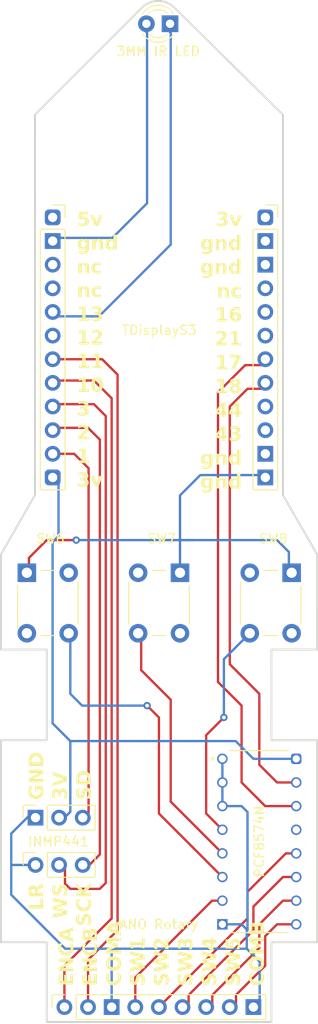
<source format=kicad_pcb>
(kicad_pcb (version 20221018) (generator pcbnew)
  (layers (0 "F.Cu" signal) (31 "B.Cu" signal) (34 "B.Paste" user) (35 "F.Paste" user) (36 "B.SilkS" user "B.Silkscreen") (37 "F.SilkS" user "F.Silkscreen") (38 "B.Mask" user) (39 "F.Mask" user) (44 "Edge.Cuts" user))
  (net 0 "")
  (net 1 "enca")
  (net 2 "ground")
  (net 3 "sw1")
  (net 4 "sw2")
  (net 5 "sw3")
  (net 6 "sw4")
  (net 7 "sw5")
  (net 8 "sw6")
  (net 9 "sw7")
  (net 10 "sw8")
  (net 11 "encb")
  (net 12 "3v")
  (net 13 "ground2")
  (net 14 "ws")
  (net 15 "sck")
  (net 16 "sd")
  (net 17 "irled")
  (net 18 "SDA")
  (net 19 "SCL")
  (footprint "Connector_PinSocket_2.54mm:PinSocket_1x03_P2.54mm_Vertical" (layer "F.Cu") (at 196.917 135.225 90)
    (fp_text reference "INMP441 2" hide)
    (fp_text value "PinSocket_1x03_P2.54mm_Vertical" hide)
    (fp_line (start -1.33 1.27) (end -1.33 6.41) (stroke (width 0.12)) (layer "F.SilkS"))
    (fp_line (start -1.33 1.27) (end 1.33 1.27) (stroke (width 0.12)) (layer "F.SilkS"))
    (fp_line (start -1.33 6.41) (end 1.33 6.41) (stroke (width 0.12)) (layer "F.SilkS"))
    (fp_line (start 0 -1.33) (end 1.33 -1.33) (stroke (width 0.12)) (layer "F.SilkS"))
    (fp_line (start 1.33 -1.33) (end 1.33 0) (stroke (width 0.12)) (layer "F.SilkS"))
    (fp_line (start 1.33 1.27) (end 1.33 6.41) (stroke (width 0.12)) (layer "F.SilkS"))
    (pad "1" thru_hole circle (at 0 0 90) (size 1.7 1.7) (drill 1) (layers "*.Cu" "*.Mask") (net 2 "ground"))
    (pad "2" thru_hole oval (at 0 2.54 90) (size 1.7 1.7) (drill 1) (layers "*.Cu" "*.Mask") (net 14 "ws"))
    (pad "3" thru_hole oval (at 0 5.08 90) (size 1.7 1.7) (drill 1) (layers "*.Cu" "*.Mask") (net 15 "sck"))
  )
  (footprint "Connector_PinSocket_2.54mm:PinSocket_1x09_P2.54mm_Vertical" (layer "F.Cu") (at 200.025 150.495 90)
    (fp_text reference "ANO Rotary" (at 8.89 10.16 180) (layer "F.SilkS"))
    (fp_text value "PinSocket_1x09_P2.54mm_Vertical" hide)
    (fp_line (start -1.33 1.27) (end -1.33 21.65) (stroke (width 0.12)) (layer "F.SilkS"))
    (fp_line (start -1.33 1.27) (end 1.33 1.27) (stroke (width 0.12)) (layer "F.SilkS"))
    (fp_line (start -1.33 21.65) (end 1.33 21.65) (stroke (width 0.12)) (layer "F.SilkS"))
    (fp_line (start 0 -1.33) (end 1.33 -1.33) (stroke (width 0.12)) (layer "F.SilkS"))
    (fp_line (start 1.33 -1.33) (end 1.33 0) (stroke (width 0.12)) (layer "F.SilkS"))
    (fp_line (start 1.33 1.27) (end 1.33 21.65) (stroke (width 0.12)) (layer "F.SilkS"))
    (pad "COMA" thru_hole rect (at 0 5.08 90) (size 1.7 1.7) (drill 1) (layers "*.Cu" "*.Mask") (net 2 "ground"))
    (pad "COMB" thru_hole rect (at 0 20.32 90) (size 1.7 1.7) (drill 1) (layers "*.Cu" "*.Mask") (net 2 "ground"))
    (pad "ENCA" thru_hole circle (at 0 0 90) (size 1.7 1.7) (drill 1) (layers "*.Cu" "*.Mask") (net 1 "enca"))
    (pad "ENCB" thru_hole oval (at 0 2.54 90) (size 1.7 1.7) (drill 1) (layers "*.Cu" "*.Mask") (net 11 "encb"))
    (pad "SW1" thru_hole oval (at 0 7.62 90) (size 1.7 1.7) (drill 1) (layers "*.Cu" "*.Mask") (net 3 "sw1"))
    (pad "SW2" thru_hole oval (at 0 10.16 90) (size 1.7 1.7) (drill 1) (layers "*.Cu" "*.Mask") (net 4 "sw2"))
    (pad "SW3" thru_hole oval (at 0 12.7 90) (size 1.7 1.7) (drill 1) (layers "*.Cu" "*.Mask") (net 5 "sw3"))
    (pad "SW4" thru_hole oval (at 0 15.24 90) (size 1.7 1.7) (drill 1) (layers "*.Cu" "*.Mask") (net 6 "sw4"))
    (pad "SW5" thru_hole oval (at 0 17.78 90) (size 1.7 1.7) (drill 1) (layers "*.Cu" "*.Mask") (net 7 "sw5"))
  )
  (footprint "Button_Switch_THT:SW_PUSH_6mm_H9.5mm" (layer "F.Cu") (at 195.98602 110.335004 90)
    (fp_text reference "SW6" (at 10.16 2.54) (layer "F.SilkS"))
    (fp_text value "SW_PUSH_6mm_H9.5mm" hide)
    (fp_line (start -0.25 1.5) (end -0.25 3) (stroke (width 0.12)) (layer "F.SilkS"))
    (fp_line (start 1 5.5) (end 5.5 5.5) (stroke (width 0.12)) (layer "F.SilkS"))
    (fp_line (start 5.08 -1) (end 0.58 -1) (stroke (width 0.12)) (layer "F.SilkS"))
    (fp_line (start 6.75 3) (end 6.75 1.5) (stroke (width 0.12)) (layer "F.SilkS"))
    (pad "1" thru_hole circle (at 0 0 180) (size 2 2) (drill 1.1) (layers "*.Cu" "*.Mask"))
    (pad "1" thru_hole rect (at 6.5 0 180) (size 2 2) (drill 1.1) (layers "*.Cu" "*.Mask") (net 2 "ground"))
    (pad "2" thru_hole circle (at 0 4.5 180) (size 2 2) (drill 1.1) (layers "*.Cu" "*.Mask") (net 8 "sw6"))
    (pad "2" thru_hole circle (at 6.5 4.5 180) (size 2 2) (drill 1.1) (layers "*.Cu" "*.Mask"))
  )
  (footprint "PCF8574N:DIP794W45P254L1969H508Q16" (layer "F.Cu") (at 220.98 132.715)
    (fp_text reference "PCF8574N" (at 0 0 90) (layer "F.SilkS"))
    (fp_text value "DIP794W45P254L1969H508Q16" hide)
    (fp_line (start -3.175 -9.775) (end 3.175 -9.775) (stroke (width 0.127)) (layer "F.SilkS"))
    (fp_line (start -3.175 9.775) (end 3.175 9.775) (stroke (width 0.127)) (layer "F.SilkS"))
    (fp_circle (center -5.035 -8.89) (end -4.935 -8.89) (stroke (width 0.2)) (fill none) (layer "F.SilkS"))
    (pad "16" thru_hole roundrect (at 3.97 -8.89) (size 1.13 1.13) (drill 0.78) (layers "*.Cu" "*.Mask") (net 12 "3v"))
    (pad "A0" thru_hole circle (at -3.97 -8.89) (size 1.13 1.13) (drill 0.78) (layers "*.Cu" "*.Mask") (net 2 "ground"))
    (pad "A1" thru_hole circle (at -3.97 -6.35) (size 1.13 1.13) (drill 0.78) (layers "*.Cu" "*.Mask") (net 2 "ground"))
    (pad "A2" thru_hole circle (at -3.97 -3.81) (size 1.13 1.13) (drill 0.78) (layers "*.Cu" "*.Mask") (net 2 "ground"))
    (pad "GND" thru_hole rect (at -3.97 8.89) (size 1.13 1.13) (drill 0.78) (layers "*.Cu" "*.Mask") (net 2 "ground"))
    (pad "INT" thru_hole circle (at 3.97 -1.27) (size 1.13 1.13) (drill 0.78) (layers "*.Cu" "*.Mask"))
    (pad "P0" thru_hole circle (at -3.97 -1.27) (size 1.13 1.13) (drill 0.78) (layers "*.Cu" "*.Mask") (net 10 "sw8"))
    (pad "P1" thru_hole circle (at -3.97 1.27) (size 1.13 1.13) (drill 0.78) (layers "*.Cu" "*.Mask") (net 9 "sw7"))
    (pad "P2" thru_hole circle (at -3.97 3.81) (size 1.13 1.13) (drill 0.78) (layers "*.Cu" "*.Mask") (net 8 "sw6"))
    (pad "P3" thru_hole circle (at -3.97 6.35) (size 1.13 1.13) (drill 0.78) (layers "*.Cu" "*.Mask") (net 3 "sw1"))
    (pad "P4" thru_hole circle (at 3.97 8.89) (size 1.13 1.13) (drill 0.78) (layers "*.Cu" "*.Mask") (net 7 "sw5"))
    (pad "P5" thru_hole circle (at 3.97 6.35) (size 1.13 1.13) (drill 0.78) (layers "*.Cu" "*.Mask") (net 6 "sw4"))
    (pad "P6" thru_hole circle (at 3.97 3.81) (size 1.13 1.13) (drill 0.78) (layers "*.Cu" "*.Mask") (net 5 "sw3"))
    (pad "P7" thru_hole circle (at 3.97 1.27) (size 1.13 1.13) (drill 0.78) (layers "*.Cu" "*.Mask") (net 4 "sw2"))
    (pad "SCL" thru_hole circle (at 3.97 -3.81) (size 1.13 1.13) (drill 0.78) (layers "*.Cu" "*.Mask") (net 19 "SCL"))
    (pad "SDA" thru_hole circle (at 3.97 -6.35) (size 1.13 1.13) (drill 0.78) (layers "*.Cu" "*.Mask") (net 18 "SDA"))
  )
  (footprint "Button_Switch_THT:SW_PUSH_6mm_H9.5mm" (layer "F.Cu") (at 219.954436 110.336007 90)
    (fp_text reference "SW8" (at 10.16 2.54) (layer "F.SilkS"))
    (fp_text value "SW_PUSH_6mm_H9.5mm" hide)
    (fp_line (start -0.25 1.5) (end -0.25 3) (stroke (width 0.12)) (layer "F.SilkS"))
    (fp_line (start 1 5.5) (end 5.08 5.5) (stroke (width 0.12)) (layer "F.SilkS"))
    (fp_line (start 5.5 -1) (end 1 -1) (stroke (width 0.12)) (layer "F.SilkS"))
    (fp_line (start 6.75 3) (end 6.75 1.5) (stroke (width 0.12)) (layer "F.SilkS"))
    (pad "1" thru_hole circle (at 0 0 180) (size 2 2) (drill 1.1) (layers "*.Cu" "*.Mask") (net 10 "sw8"))
    (pad "1" thru_hole circle (at 6.5 0 180) (size 2 2) (drill 1.1) (layers "*.Cu" "*.Mask"))
    (pad "2" thru_hole circle (at 0 4.5 180) (size 2 2) (drill 1.1) (layers "*.Cu" "*.Mask"))
    (pad "2" thru_hole rect (at 6.5 4.5 180) (size 2 2) (drill 1.1) (layers "*.Cu" "*.Mask") (net 2 "ground"))
  )
  (footprint "Button_Switch_THT:SW_PUSH_6mm_H9.5mm" (layer "F.Cu") (at 207.954436 110.335525 90)
    (fp_text reference "SW7" (at 10.16 2.54) (layer "F.SilkS"))
    (fp_text value "SW_PUSH_6mm_H9.5mm")
    (fp_line (start -0.25 1.5) (end -0.25 3) (stroke (width 0.12)) (layer "F.SilkS"))
    (fp_line (start 1 5.5) (end 5.08 5.5) (stroke (width 0.12)) (layer "F.SilkS"))
    (fp_line (start 5.5 -1) (end 1 -1) (stroke (width 0.12)) (layer "F.SilkS"))
    (fp_line (start 6.75 3) (end 6.75 1.5) (stroke (width 0.12)) (layer "F.SilkS"))
    (pad "1" thru_hole circle (at 0 0 180) (size 2 2) (drill 1.1) (layers "*.Cu" "*.Mask") (net 9 "sw7"))
    (pad "1" thru_hole circle (at 6.5 0 180) (size 2 2) (drill 1.1) (layers "*.Cu" "*.Mask"))
    (pad "2" thru_hole circle (at 0 4.5 180) (size 2 2) (drill 1.1) (layers "*.Cu" "*.Mask"))
    (pad "2" thru_hole rect (at 6.5 4.5 180) (size 2 2) (drill 1.1) (layers "*.Cu" "*.Mask") (net 2 "ground"))
  )
  (footprint "Connector_PinSocket_2.54mm:PinSocket_1x12_P2.54mm_Vertical" (layer "F.Cu") (at 198.765756 65.656891)
    (fp_text reference "TDisplayS3" (at 11.466247 12.117558 180) (layer "F.SilkS"))
    (fp_text value "PinSocket_1x12_P2.54mm_Vertical" hide)
    (fp_line (start -1.33 1.27) (end -1.33 29.27) (stroke (width 0.12)) (layer "F.SilkS"))
    (fp_line (start -1.33 1.27) (end 1.33 1.27) (stroke (width 0.12)) (layer "F.SilkS"))
    (fp_line (start -1.33 29.27) (end 1.33 29.27) (stroke (width 0.12)) (layer "F.SilkS"))
    (fp_line (start 0 -1.33) (end 1.33 -1.33) (stroke (width 0.12)) (layer "F.SilkS"))
    (fp_line (start 1.33 -1.33) (end 1.33 0) (stroke (width 0.12)) (layer "F.SilkS"))
    (fp_line (start 1.33 1.27) (end 1.33 29.27) (stroke (width 0.12)) (layer "F.SilkS"))
    (pad "3" thru_hole oval (at 0 5.08) (size 1.7 1.7) (drill 1) (layers "*.Cu" "*.Mask"))
    (pad "4" thru_hole oval (at 0 7.62) (size 1.7 1.7) (drill 1) (layers "*.Cu" "*.Mask"))
    (pad "5" thru_hole oval (at 0 10.16) (size 1.7 1.7) (drill 1) (layers "*.Cu" "*.Mask") (net 17 "irled"))
    (pad "5v" thru_hole roundrect (at 0 0) (size 1.7 1.7) (drill 1) (layers "*.Cu" "*.Mask"))
    (pad "6" thru_hole oval (at 0 12.7) (size 1.7 1.7) (drill 1) (layers "*.Cu" "*.Mask"))
    (pad "7" thru_hole oval (at 0 15.24) (size 1.7 1.7) (drill 1) (layers "*.Cu" "*.Mask") (net 11 "encb"))
    (pad "8" thru_hole oval (at 0 17.78) (size 1.7 1.7) (drill 1) (layers "*.Cu" "*.Mask") (net 1 "enca"))
    (pad "9" thru_hole oval (at 0 20.32) (size 1.7 1.7) (drill 1) (layers "*.Cu" "*.Mask") (net 14 "ws"))
    (pad "10" thru_hole oval (at 0 22.86) (size 1.7 1.7) (drill 1) (layers "*.Cu" "*.Mask") (net 15 "sck"))
    (pad "11" thru_hole oval (at 0 25.4) (size 1.7 1.7) (drill 1) (layers "*.Cu" "*.Mask") (net 16 "sd"))
    (pad "12" thru_hole roundrect (at 0 27.94) (size 1.7 1.7) (drill 1) (layers "*.Cu" "*.Mask") (net 12 "3v"))
    (pad "gnd" thru_hole rect (at 0 2.54) (size 1.7 1.7) (drill 1) (layers "*.Cu" "*.Mask") (net 13 "ground2"))
  )
  (footprint "LED_THT:LED_D3.0mm_Clear" (layer "F.Cu") (at 211.383069 44.854502 180)
    (fp_text reference "3MM IR LED" (at 1.27 -2.96) (layer "F.SilkS"))
    (fp_text value "LED_D3.0mm_Clear" hide)
    (fp_line (start -0.29 -1.236) (end -0.29 -1.08) (stroke (width 0.12)) (layer "F.SilkS"))
    (fp_line (start -0.29 1.08) (end -0.29 1.236) (stroke (width 0.12)) (layer "F.SilkS"))
    (fp_arc (start -0.29 -1.235516) (mid 1.366487 -1.987659) (end 2.942335 -1.078608) (stroke (width 0.12)) (layer "F.SilkS"))
    (fp_arc (start 0.229039 -1.08) (mid 1.270117 -1.5) (end 2.31113 -1.079837) (stroke (width 0.12)) (layer "F.SilkS"))
    (fp_arc (start 2.31113 1.079837) (mid 1.270117 1.5) (end 0.229039 1.08) (stroke (width 0.12)) (layer "F.SilkS"))
    (fp_arc (start 2.942335 1.078608) (mid 1.366487 1.987659) (end -0.29 1.235516) (stroke (width 0.12)) (layer "F.SilkS"))
    (pad "1" thru_hole rect (at 0 0 180) (size 1.8 1.8) (drill 0.9) (layers "*.Cu" "*.Mask") (net 17 "irled"))
    (pad "2" thru_hole circle (at 2.54 0 180) (size 1.8 1.8) (drill 0.9) (layers "*.Cu" "*.Mask") (net 13 "ground2"))
  )
  (footprint "Connector_PinSocket_2.54mm:PinSocket_1x12_P2.54mm_Vertical" (layer "F.Cu") (at 221.625756 65.657409)
    (fp_text reference "REF**" hide)
    (fp_text value "PinSocket_1x12_P2.54mm_Vertical" hide)
    (fp_line (start -1.33 1.27) (end -1.33 29.27) (stroke (width 0.12)) (layer "F.SilkS"))
    (fp_line (start -1.33 1.27) (end 1.33 1.27) (stroke (width 0.12)) (layer "F.SilkS"))
    (fp_line (start -1.33 29.27) (end 1.33 29.27) (stroke (width 0.12)) (layer "F.SilkS"))
    (fp_line (start 0 -1.33) (end 1.33 -1.33) (stroke (width 0.12)) (layer "F.SilkS"))
    (fp_line (start 1.33 -1.33) (end 1.33 0) (stroke (width 0.12)) (layer "F.SilkS"))
    (fp_line (start 1.33 1.27) (end 1.33 29.27) (stroke (width 0.12)) (layer "F.SilkS"))
    (pad "1" thru_hole roundrect (at 0 0) (size 1.7 1.7) (drill 1) (layers "*.Cu" "*.Mask"))
    (pad "2" thru_hole rect (at 0 2.54) (size 1.7 1.7) (drill 1) (layers "*.Cu" "*.Mask"))
    (pad "3" thru_hole rect (at 0 5.08) (size 1.7 1.7) (drill 1) (layers "*.Cu" "*.Mask"))
    (pad "4" thru_hole oval (at 0 7.62) (size 1.7 1.7) (drill 1) (layers "*.Cu" "*.Mask"))
    (pad "5" thru_hole oval (at 0 10.16) (size 1.7 1.7) (drill 1) (layers "*.Cu" "*.Mask"))
    (pad "6" thru_hole oval (at 0 12.7) (size 1.7 1.7) (drill 1) (layers "*.Cu" "*.Mask"))
    (pad "7" thru_hole oval (at 0 15.24) (size 1.7 1.7) (drill 1) (layers "*.Cu" "*.Mask") (net 19 "SCL"))
    (pad "8" thru_hole oval (at 0 17.78) (size 1.7 1.7) (drill 1) (layers "*.Cu" "*.Mask") (net 18 "SDA"))
    (pad "9" thru_hole oval (at 0 20.32) (size 1.7 1.7) (drill 1) (layers "*.Cu" "*.Mask"))
    (pad "10" thru_hole oval (at 0 22.86) (size 1.7 1.7) (drill 1) (layers "*.Cu" "*.Mask"))
    (pad "11" thru_hole rect (at 0 25.4) (size 1.7 1.7) (drill 1) (layers "*.Cu" "*.Mask"))
    (pad "12" thru_hole rect (at 0 27.94) (size 1.7 1.7) (drill 1) (layers "*.Cu" "*.Mask") (net 2 "ground"))
  )
  (footprint "Connector_PinSocket_2.54mm:PinSocket_1x03_P2.54mm_Vertical" (layer "F.Cu") (at 196.917 130.145 90)
    (fp_text reference "INMP441" (at -2.57 2.473 180) (layer "F.SilkS"))
    (fp_text value "PinSocket_1x03_P2.54mm_Vertical" hide)
    (fp_line (start -1.33 1.27) (end -1.33 6.41) (stroke (width 0.12)) (layer "F.SilkS"))
    (fp_line (start -1.33 1.27) (end 1.33 1.27) (stroke (width 0.12)) (layer "F.SilkS"))
    (fp_line (start -1.33 6.41) (end 1.33 6.41) (stroke (width 0.12)) (layer "F.SilkS"))
    (fp_line (start 0 -1.33) (end 1.33 -1.33) (stroke (width 0.12)) (layer "F.SilkS"))
    (fp_line (start 1.33 -1.33) (end 1.33 0) (stroke (width 0.12)) (layer "F.SilkS"))
    (fp_line (start 1.33 1.27) (end 1.33 6.41) (stroke (width 0.12)) (layer "F.SilkS"))
    (pad "1" thru_hole rect (at 0 0 90) (size 1.7 1.7) (drill 1) (layers "*.Cu" "*.Mask") (net 2 "ground"))
    (pad "2" thru_hole oval (at 0 2.54 90) (size 1.7 1.7) (drill 1) (layers "*.Cu" "*.Mask") (net 12 "3v"))
    (pad "3" thru_hole oval (at 0 5.08 90) (size 1.7 1.7) (drill 1) (layers "*.Cu" "*.Mask") (net 16 "sd"))
  )
  (gr_line (start 227.201257 101.871938) (end 227.200847 112.085958) (stroke (width 0.2)) (layer "Edge.Cuts"))
  (gr_line (start 227.200456 121.836365) (end 227.199585 143.535863) (stroke (width 0.2)) (layer "Edge.Cuts"))
  (gr_line (start 222.281038 112.085761) (end 222.280646 121.836167) (stroke (width 0.2)) (layer "Edge.Cuts"))
  (gr_line (start 222.279432 152.095938) (end 198.12 152.094968) (stroke (width 0.2)) (layer "Edge.Cuts"))
  (gr_line (start 223.521289 95.497455) (end 227.201257 101.871938) (stroke (width 0.2)) (layer "Edge.Cuts"))
  (gr_line (start 198.120343 143.534696) (end 193.200534 143.534498) (stroke (width 0.2)) (layer "Edge.Cuts"))
  (gr_line (start 211.83004 43.109043) (end 223.522281 54.635813) (stroke (width 0.2)) (layer "Edge.Cuts"))
  (gr_line (start 198.121249 112.084791) (end 193.201439 112.085097) (stroke (width 0.2)) (layer "Edge.Cuts"))
  (gr_arc (start 208.376255 43.121308) (mid 210.10063 42.403475) (end 211.83004 43.109043) (stroke (width 0.2)) (layer "Edge.Cuts"))
  (gr_line (start 227.200847 112.085958) (end 222.281038 112.085761) (stroke (width 0.2)) (layer "Edge.Cuts"))
  (gr_line (start 223.522281 54.635813) (end 223.521289 95.497455) (stroke (width 0.2)) (layer "Edge.Cuts"))
  (gr_line (start 222.280646 121.836167) (end 227.200456 121.836365) (stroke (width 0.2)) (layer "Edge.Cuts"))
  (gr_line (start 198.121214 121.835194) (end 198.121466 115.574906) (stroke (width 0.2)) (layer "Edge.Cuts"))
  (gr_line (start 198.12 152.094968) (end 198.120343 143.534696) (stroke (width 0.2)) (layer "Edge.Cuts"))
  (gr_line (start 193.200804 101.871077) (end 196.860846 95.496808) (stroke (width 0.2)) (layer "Edge.Cuts"))
  (gr_line (start 227.199585 143.535863) (end 222.279775 143.535665) (stroke (width 0.2)) (layer "Edge.Cuts"))
  (gr_line (start 198.121466 115.574906) (end 198.121249 112.084791) (stroke (width 0.2)) (layer "Edge.Cuts"))
  (gr_line (start 193.201405 121.835) (end 198.121214 121.835194) (stroke (width 0.2)) (layer "Edge.Cuts"))
  (gr_line (start 196.861838 54.635165) (end 208.376255 43.121308) (stroke (width 0.2)) (layer "Edge.Cuts"))
  (gr_line (start 222.279775 143.535665) (end 222.279432 152.095938) (stroke (width 0.2)) (layer "Edge.Cuts"))
  (gr_line (start 196.860846 95.496808) (end 196.861838 54.635165) (stroke (width 0.2)) (layer "Edge.Cuts"))
  (gr_line (start 193.201439 112.085097) (end 193.200804 101.871077) (stroke (width 0.2)) (layer "Edge.Cuts"))
  (gr_line (start 193.200534 143.534498) (end 193.201405 121.835) (stroke (width 0.2)) (layer "Edge.Cuts"))
  (gr_text "ENCA\nENCB\nCOMA\nSW1\nSW2\nSW3\nSW4\nSW5\nCOMB" (at 199.437003 148.259449 90) (layer "F.SilkS") (effects (font (size 1.525 1.5) (thickness 0.3) bold) (justify left top)))
  (gr_text "3v\ngnd\ngnd\nnc\n16\n21\n17\n18\n44\n43\ngnd\ngnd" (at 219.122003 65.074449) (layer "F.SilkS") (effects (font (size 1.525 1.5) (thickness 0.3) bold) (justify right top)))
  (gr_text "GND\n3V\nSD" (at 196.215 128.27 90) (layer "F.SilkS") (effects (font (size 1.525 1.5) (thickness 0.3) bold) (justify left top)))
  (gr_text "5v\ngnd\nnc\nnc\n13\n12\n11\n10\n3\n2\n1\n3v" (at 201.342003 65.074449) (layer "F.SilkS") (effects (font (size 1.515 1.5) (thickness 0.3) bold) (justify left top)))
  (gr_text "LR\nWS\nSCK" (at 196.215 137.16 90) (layer "F.SilkS") (effects (font (size 1.525 1.5) (thickness 0.3) bold) (justify right top)))
  (segment (start 200.025 150.495) (end 200.025 146.05) (width 0.25) (layer "F.Cu") (net 1))
  (segment (start 203.2 83.185) (end 199.017647 83.185) (width 0.25) (layer "F.Cu") (net 1))
  (segment (start 205.105 140.97) (end 205.105 85.09) (width 0.25) (layer "F.Cu") (net 1))
  (segment (start 199.017647 83.185) (end 198.765756 83.436891) (width 0.25) (layer "F.Cu") (net 1))
  (segment (start 200.025 146.05) (end 205.105 140.97) (width 0.25) (layer "F.Cu") (net 1))
  (segment (start 205.105 85.09) (end 203.2 83.185) (width 0.25) (layer "F.Cu") (net 1))
  (segment (start 201.295 100.33) (end 198.12 100.33) (width 0.25) (layer "F.Cu") (net 2))
  (segment (start 196.211241 102.238759) (end 196.211241 103.201095) (width 0.25) (layer "F.Cu") (net 2))
  (segment (start 198.12 100.33) (end 196.211241 102.238759) (width 0.25) (layer "F.Cu") (net 2))
  (via (at 201.295 100.33) (size 0.8) (drill 0.4) (layers "F.Cu" "B.Cu") (net 2))
  (segment (start 219.63 144.225) (end 212.09 144.225) (width 0.25) (layer "B.Cu") (net 2))
  (segment (start 205.105 144.225) (end 205.105 149.806718) (width 0.25) (layer "B.Cu") (net 2))
  (segment (start 205.105 149.806718) (end 205.74409 150.445808) (width 0.25) (layer "B.Cu") (net 2))
  (segment (start 221.01709 145.61209) (end 221.01709 150.445808) (width 0.25) (layer "B.Cu") (net 2))
  (segment (start 197.54509 129.882635) (end 197.54509 130.095808) (width 0.25) (layer "B.Cu") (net 2))
  (segment (start 212.454436 100.33) (end 213.995 100.33) (width 0.25) (layer "B.Cu") (net 2))
  (segment (start 220.98 93.344104) (end 214.630896 93.344104) (width 0.25) (layer "B.Cu") (net 2))
  (segment (start 224.711241 104.470055) (end 225.077745 104.103551) (width 0.25) (layer "B.Cu") (net 2))
  (segment (start 219.71 129.54) (end 219.075 128.905) (width 0.25) (layer "B.Cu") (net 2))
  (segment (start 194.31 138.43) (end 194.31 135.255) (width 0.25) (layer "B.Cu") (net 2))
  (segment (start 212.454436 95.520564) (end 212.454436 100.33) (width 0.25) (layer "B.Cu") (net 2))
  (segment (start 224.155 104.434392) (end 224.190663 104.470055) (width 0.25) (layer "B.Cu") (net 2))
  (segment (start 222.223317 93.421949) (end 222.223317 93.305637) (width 0.25) (layer "B.Cu") (net 2))
  (segment (start 196.917 135.225) (end 194.34 135.225) (width 0.25) (layer "B.Cu") (net 2))
  (segment (start 213.995 100.33) (end 222.885 100.33) (width 0.25) (layer "B.Cu") (net 2))
  (segment (start 194.31 135.255) (end 194.31 131.854061) (width 0.25) (layer "B.Cu") (net 2))
  (segment (start 224.155 101.6) (end 224.155 104.434392) (width 0.25) (layer "B.Cu") (net 2))
  (segment (start 221.881181 92.963501) (end 221.360603 92.963501) (width 0.25) (layer "B.Cu") (net 2))
  (segment (start 211.455 100.33) (end 201.295 100.33) (width 0.25) (layer "B.Cu") (net 2))
  (segment (start 219.71 142.24) (end 219.71 129.54) (width 0.25) (layer "B.Cu") (net 2))
  (segment (start 200.105 144.225) (end 194.31 138.43) (width 0.25) (layer "B.Cu") (net 2))
  (segment (start 212.09 144.225) (end 205.105 144.225) (width 0.25) (layer "B.Cu") (net 2))
  (segment (start 197.173547 129.511092) (end 197.54509 129.882635) (width 0.25) (layer "B.Cu") (net 2))
  (segment (start 219.075 141.605) (end 217.01 141.605) (width 0.25) (layer "B.Cu") (net 2))
  (segment (start 194.31 131.854061) (end 196.652969 129.511092) (width 0.25) (layer "B.Cu") (net 2))
  (segment (start 219.63 144.225) (end 219.63 142.16) (width 0.25) (layer "B.Cu") (net 2))
  (segment (start 194.34 135.225) (end 194.31 135.255) (width 0.25) (layer "B.Cu") (net 2))
  (segment (start 219.075 128.905) (end 217.01 128.905) (width 0.25) (layer "B.Cu") (net 2))
  (segment (start 219.63 144.225) (end 221.01709 145.61209) (width 0.25) (layer "B.Cu") (net 2))
  (segment (start 225.077745 104.103551) (end 225.077745 103.743676) (width 0.25) (layer "B.Cu") (net 2))
  (segment (start 219.63 142.16) (end 219.075 141.605) (width 0.25) (layer "B.Cu") (net 2))
  (segment (start 211.455 100.33) (end 213.995 100.33) (width 0.25) (layer "B.Cu") (net 2))
  (segment (start 212.09 144.225) (end 200.105 144.225) (width 0.25) (layer "B.Cu") (net 2))
  (segment (start 196.652969 129.511092) (end 197.173547 129.511092) (width 0.25) (layer "B.Cu") (net 2))
  (segment (start 225.077745 103.743676) (end 225.05323 103.660185) (width 0.25) (layer "B.Cu") (net 2))
  (segment (start 221.360603 92.963501) (end 220.98 93.344104) (width 0.25) (layer "B.Cu") (net 2))
  (segment (start 212.454436 103.835525) (end 212.454436 100.33) (width 0.25) (layer "B.Cu") (net 2))
  (segment (start 222.223317 93.305637) (end 221.881181 92.963501) (width 0.25) (layer "B.Cu") (net 2))
  (segment (start 224.190663 104.470055) (end 224.711241 104.470055) (width 0.25) (layer "B.Cu") (net 2))
  (segment (start 222.885 100.33) (end 224.155 101.6) (width 0.25) (layer "B.Cu") (net 2))
  (segment (start 214.630896 93.344104) (end 212.454436 95.520564) (width 0.25) (layer "B.Cu") (net 2))
  (segment (start 217.01 128.905) (end 217.01 123.825) (width 0.25) (layer "B.Cu") (net 2))
  (segment (start 215.9 139.065) (end 207.645 147.32) (width 0.25) (layer "F.Cu") (net 3))
  (segment (start 207.645 147.32) (end 207.645 149.801218) (width 0.25) (layer "F.Cu") (net 3))
  (segment (start 207.645 149.801218) (end 208.28959 150.445808) (width 0.25) (layer "F.Cu") (net 3))
  (segment (start 217.01 139.065) (end 215.9 139.065) (width 0.25) (layer "F.Cu") (net 3))
  (segment (start 219.71 140.97) (end 210.185 150.495) (width 0.25) (layer "F.Cu") (net 4))
  (segment (start 223.8375 133.985) (end 219.71 138.1125) (width 0.25) (layer "F.Cu") (net 4))
  (segment (start 219.71 138.1125) (end 219.71 140.97) (width 0.25) (layer "F.Cu") (net 4))
  (segment (start 224.95 133.985) (end 223.8375 133.985) (width 0.25) (layer "F.Cu") (net 4))
  (segment (start 213.376952 149.208048) (end 213.376952 150.441902) (width 0.25) (layer "F.Cu") (net 5))
  (segment (start 223.52 136.525) (end 220.345 139.7) (width 0.25) (layer "F.Cu") (net 5))
  (segment (start 224.95 136.525) (end 223.52 136.525) (width 0.25) (layer "F.Cu") (net 5))
  (segment (start 220.345 139.7) (end 220.345 142.24) (width 0.25) (layer "F.Cu") (net 5))
  (segment (start 220.345 142.24) (end 213.376952 149.208048) (width 0.25) (layer "F.Cu") (net 5))
  (segment (start 224.95 139.065) (end 223.52 139.065) (width 0.25) (layer "F.Cu") (net 6))
  (segment (start 220.98 144.145) (end 215.92609 149.19891) (width 0.25) (layer "F.Cu") (net 6))
  (segment (start 220.98 141.605) (end 220.98 144.145) (width 0.25) (layer "F.Cu") (net 6))
  (segment (start 215.92609 149.19891) (end 215.92609 150.445808) (width 0.25) (layer "F.Cu") (net 6))
  (segment (start 223.52 139.065) (end 220.98 141.605) (width 0.25) (layer "F.Cu") (net 6))
  (segment (start 222.885 141.605) (end 224.95 141.605) (width 0.25) (layer "F.Cu") (net 7))
  (segment (start 218.47159 150.445808) (end 218.47159 149.19341) (width 0.25) (layer "F.Cu") (net 7))
  (segment (start 221.615 146.05) (end 221.615 142.875) (width 0.25) (layer "F.Cu") (net 7))
  (segment (start 218.47159 149.19341) (end 221.615 146.05) (width 0.25) (layer "F.Cu") (net 7))
  (segment (start 221.615 142.875) (end 222.885 141.605) (width 0.25) (layer "F.Cu") (net 7))
  (segment (start 208.915 118.11) (end 210.185 119.38) (width 0.25) (layer "F.Cu") (net 8))
  (segment (start 210.185 129.7) (end 217.01 136.525) (width 0.25) (layer "F.Cu") (net 8))
  (segment (start 210.185 119.38) (end 210.185 129.7) (width 0.25) (layer "F.Cu") (net 8))
  (via (at 208.915 118.11) (size 0.8) (drill 0.4) (layers "F.Cu" "B.Cu") (net 8))
  (segment (start 201.93 118.11) (end 200.66 116.84) (width 0.25) (layer "B.Cu") (net 8))
  (segment (start 208.915 118.11) (end 201.93 118.11) (width 0.25) (layer "B.Cu") (net 8))
  (segment (start 200.66 116.84) (end 200.66 110.708514) (width 0.25) (layer "B.Cu") (net 8))
  (segment (start 211.455 128.43) (end 211.455 117.475) (width 0.25) (layer "F.Cu") (net 9))
  (segment (start 217.01 133.985) (end 211.455 128.43) (width 0.25) (layer "F.Cu") (net 9))
  (segment (start 211.455 117.475) (end 208.28 114.3) (width 0.25) (layer "F.Cu") (net 9))
  (segment (start 208.28 114.3) (end 208.28 110.687199) (width 0.25) (layer "F.Cu") (net 9))
  (segment (start 217.17 119.38) (end 215.265 121.285) (width 0.25) (layer "F.Cu") (net 10))
  (segment (start 215.265 121.285) (end 215.265 129.7) (width 0.25) (layer "F.Cu") (net 10))
  (segment (start 215.265 129.7) (end 217.01 131.445) (width 0.25) (layer "F.Cu") (net 10))
  (via (at 217.17 119.38) (size 0.8) (drill 0.4) (layers "F.Cu" "B.Cu") (net 10))
  (segment (start 217.17 113.120443) (end 219.954436 110.336007) (width 0.25) (layer "B.Cu") (net 10))
  (segment (start 217.17 119.38) (end 217.17 113.120443) (width 0.25) (layer "B.Cu") (net 10))
  (segment (start 204.086891 80.896891) (end 198.765756 80.896891) (width 0.25) (layer "F.Cu") (net 11))
  (segment (start 205.74 82.55) (end 204.086891 80.896891) (width 0.25) (layer "F.Cu") (net 11))
  (segment (start 202.565 145.415) (end 205.74 142.24) (width 0.25) (layer "F.Cu") (net 11))
  (segment (start 202.565 150.495) (end 202.565 145.415) (width 0.25) (layer "F.Cu") (net 11))
  (segment (start 205.74 142.24) (end 205.74 82.55) (width 0.25) (layer "F.Cu") (net 11))
  (segment (start 224.95 123.825) (end 220.345 123.825) (width 0.25) (layer "B.Cu") (net 12))
  (segment (start 198.755 120.015) (end 198.755 100.537704) (width 0.25) (layer "B.Cu") (net 12))
  (segment (start 220.345 123.825) (end 218.44 121.92) (width 0.25) (layer "B.Cu") (net 12))
  (segment (start 218.44 121.92) (end 200.66 121.92) (width 0.25) (layer "B.Cu") (net 12))
  (segment (start 200.66 129.520898) (end 200.08509 130.095808) (width 0.25) (layer "B.Cu") (net 12))
  (segment (start 198.755 100.537704) (end 199.392724 99.89998) (width 0.25) (layer "B.Cu") (net 12))
  (segment (start 200.66 121.92) (end 200.66 129.520898) (width 0.25) (layer "B.Cu") (net 12))
  (segment (start 199.392724 99.89998) (end 199.392724 93.547699) (width 0.25) (layer "B.Cu") (net 12))
  (segment (start 200.66 121.92) (end 198.755 120.015) (width 0.25) (layer "B.Cu") (net 12))
  (segment (start 209.099613 44.220553) (end 208.579035 44.220553) (width 0.25) (layer "B.Cu") (net 13))
  (segment (start 209.471156 44.903653) (end 209.471156 44.592096) (width 0.25) (layer "B.Cu") (net 13))
  (segment (start 205.190589 67.859411) (end 199.290885 67.859411) (width 0.25) (layer "B.Cu") (net 13))
  (segment (start 208.579035 44.220553) (end 208.211868 44.58772) (width 0.25) (layer "B.Cu") (net 13))
  (segment (start 208.211868 44.58772) (end 208.211868 45.121202) (width 0.25) (layer "B.Cu") (net 13))
  (segment (start 208.915 64.135) (end 205.190589 67.859411) (width 0.25) (layer "B.Cu") (net 13))
  (segment (start 208.211868 45.121202) (end 208.915 45.824334) (width 0.25) (layer "B.Cu") (net 13))
  (segment (start 209.471156 44.592096) (end 209.099613 44.220553) (width 0.25) (layer "B.Cu") (net 13))
  (segment (start 208.915 45.824334) (end 208.915 64.135) (width 0.25) (layer "B.Cu") (net 13))
  (segment (start 200.66 137.795) (end 203.835 137.795) (width 0.25) (layer "F.Cu") (net 14))
  (segment (start 199.439947 85.725) (end 199.363599 85.801348) (width 0.25) (layer "F.Cu") (net 14))
  (segment (start 203.2 85.725) (end 199.439947 85.725) (width 0.25) (layer "F.Cu") (net 14))
  (segment (start 204.47 86.995) (end 203.2 85.725) (width 0.25) (layer "F.Cu") (net 14))
  (segment (start 200.08509 135.175808) (end 200.08509 137.22009) (width 0.25) (layer "F.Cu") (net 14))
  (segment (start 204.47 137.16) (end 204.47 86.995) (width 0.25) (layer "F.Cu") (net 14))
  (segment (start 203.835 137.795) (end 204.47 137.16) (width 0.25) (layer "F.Cu") (net 14))
  (segment (start 200.08509 137.22009) (end 200.66 137.795) (width 0.25) (layer "F.Cu") (net 14))
  (segment (start 202.761714 135.175808) (end 203.835 134.102522) (width 0.25) (layer "F.Cu") (net 15))
  (segment (start 202.565 88.265) (end 199.43988 88.265) (width 0.25) (layer "F.Cu") (net 15))
  (segment (start 203.835 89.535) (end 202.565 88.265) (width 0.25) (layer "F.Cu") (net 15))
  (segment (start 199.43988 88.265) (end 199.363505 88.341375) (width 0.25) (layer "F.Cu") (net 15))
  (segment (start 203.835 134.102522) (end 203.835 89.535) (width 0.25) (layer "F.Cu") (net 15))
  (segment (start 202.62509 135.175808) (end 202.761714 135.175808) (width 0.25) (layer "F.Cu") (net 15))
  (segment (start 198.765756 91.056891) (end 201.070641 91.056891) (width 0.25) (layer "F.Cu") (net 16))
  (segment (start 201.070641 91.056891) (end 202.62509 92.61134) (width 0.25) (layer "F.Cu") (net 16))
  (segment (start 202.62509 92.61134) (end 202.62509 130.095808) (width 0.25) (layer "F.Cu") (net 16))
  (segment (start 212.011156 44.903653) (end 212.011156 44.592096) (width 0.25) (layer "B.Cu") (net 17))
  (segment (start 210.751868 44.58772) (end 210.751868 45.121202) (width 0.25) (layer "B.Cu") (net 17))
  (segment (start 211.639613 44.220553) (end 211.119035 44.220553) (width 0.25) (layer "B.Cu") (net 17))
  (segment (start 211.455 68.58) (end 203.745963 76.289037) (width 0.25) (layer "B.Cu") (net 17))
  (segment (start 211.455 45.824334) (end 211.455 68.58) (width 0.25) (layer "B.Cu") (net 17))
  (segment (start 212.011156 44.592096) (end 211.639613 44.220553) (width 0.25) (layer "B.Cu") (net 17))
  (segment (start 211.119035 44.220553) (end 210.751868 44.58772) (width 0.25) (layer "B.Cu") (net 17))
  (segment (start 210.751868 45.121202) (end 211.455 45.824334) (width 0.25) (layer "B.Cu") (net 17))
  (segment (start 203.745963 76.289037) (end 199.174871 76.289037) (width 0.25) (layer "B.Cu") (net 17))
  (segment (start 220.98 124.46) (end 220.98 116.84) (width 0.25) (layer "F.Cu") (net 18))
  (segment (start 222.253132 83.699774) (end 222.253132 83.388217) (width 0.25) (layer "F.Cu") (net 18))
  (segment (start 217.805 113.665) (end 217.805 85.976317) (width 0.25) (layer "F.Cu") (net 18))
  (segment (start 219.71 84.071317) (end 221.881589 84.071317) (width 0.25) (layer "F.Cu") (net 18))
  (segment (start 224.95 126.365) (end 222.885 126.365) (width 0.25) (layer "F.Cu") (net 18))
  (segment (start 217.805 85.976317) (end 219.71 84.071317) (width 0.25) (layer "F.Cu") (net 18))
  (segment (start 221.881589 84.071317) (end 222.253132 83.699774) (width 0.25) (layer "F.Cu") (net 18))
  (segment (start 222.885 126.365) (end 220.98 124.46) (width 0.25) (layer "F.Cu") (net 18))
  (segment (start 220.98 116.84) (end 217.805 113.665) (width 0.25) (layer "F.Cu") (net 18))
  (segment (start 222.253234 81.159774) (end 222.253234 80.848217) (width 0.25) (layer "F.Cu") (net 19))
  (segment (start 221.615 128.905) (end 219.075 126.365) (width 0.25) (layer "F.Cu") (net 19))
  (segment (start 219.075 118.11) (end 216.535 115.57) (width 0.25) (layer "F.Cu") (net 19))
  (segment (start 216.535 115.57) (end 216.535 84.455) (width 0.25) (layer "F.Cu") (net 19))
  (segment (start 216.535 84.455) (end 219.458683 81.531317) (width 0.25) (layer "F.Cu") (net 19))
  (segment (start 219.075 126.365) (end 219.075 118.11) (width 0.25) (layer "F.Cu") (net 19))
  (segment (start 224.95 128.905) (end 221.615 128.905) (width 0.25) (layer "F.Cu") (net 19))
  (segment (start 221.881691 81.531317) (end 222.253234 81.159774) (width 0.25) (layer "F.Cu") (net 19))
  (segment (start 219.458683 81.531317) (end 221.881691 81.531317) (width 0.25) (layer "F.Cu") (net 19))
)
</source>
